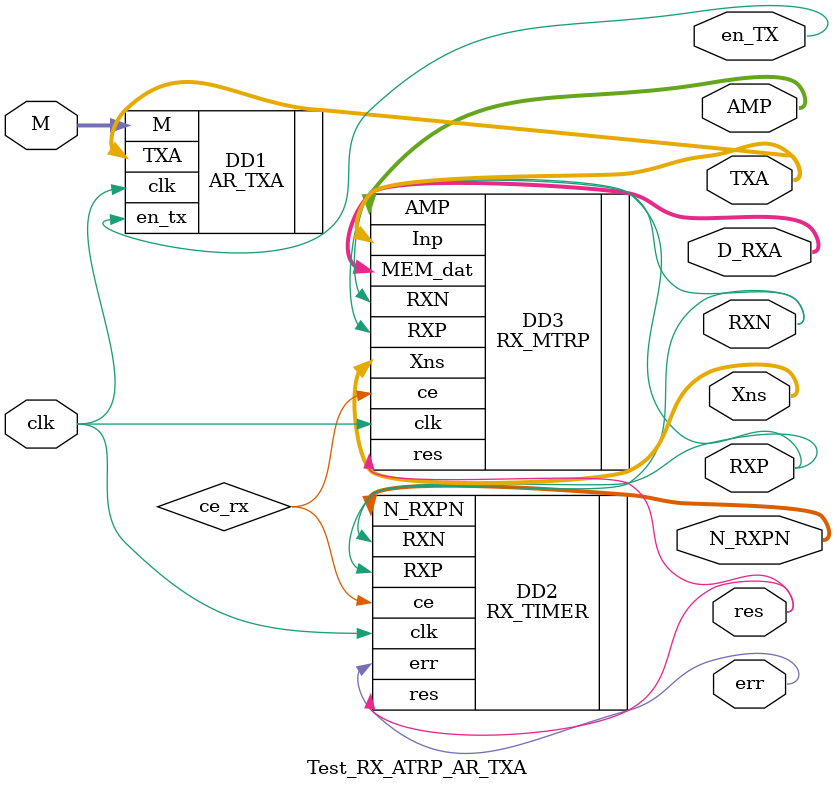
<source format=v>
module Test_RX_ATRP_AR_TXA(
input clk, output wire [11:0]TXA,
input [5:0] M, output wire [11:0]D_RXA,
output wire [11:0]Xns,
output wire RXP,
output wire RXN,
output wire [10:0] AMP,
output wire res,
output wire [7:0]N_RXPN,
output wire en_TX,
output wire err);
wire ce_rx ;
//--Ãåíåðàòîð ñèãíàëîâ ARINC-429
AR_TXA DD1 (.clk(clk), .TXA(TXA), .M(M), .en_tx(en_TX));
//--Òàéìåð ïðèåìíîãî áëîêà------------
RX_TIMER DD2 ( .clk(clk), .ce(ce_rx),
.RXP(RXP), .res(res),
.RXN(RXN), .N_RXPN(N_RXPN),
.err(err));
//--Ïðèåìíèê ñèãíàëîâ ARINC-429
RX_MTRP DD3( .Inp(TXA), .MEM_dat(D_RXA),
.clk(clk), .RXP(RXP),
.ce(ce_rx), .RXN(RXN), .res(res), .Xns(Xns),
.AMP(AMP));
endmodule
</source>
